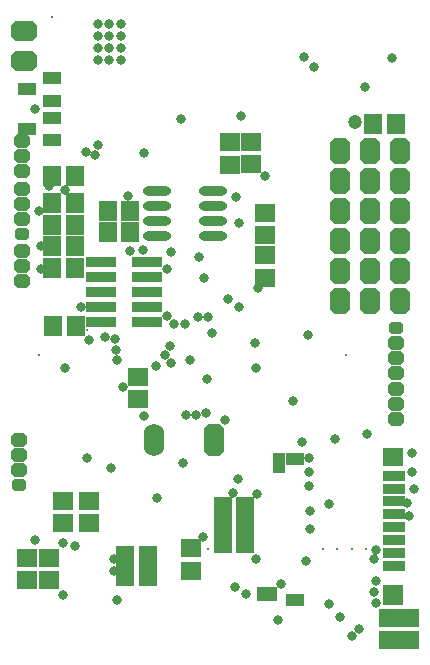
<source format=gbs>
%FSLAX25Y25*%
%MOIN*%
G70*
G01*
G75*
G04 Layer_Color=16711935*
%ADD10R,0.05906X0.05118*%
%ADD11R,0.05118X0.05906*%
%ADD12R,0.10630X0.06299*%
%ADD13R,0.07874X0.07874*%
%ADD14C,0.03937*%
%ADD15R,0.10236X0.08661*%
%ADD16R,0.07874X0.04724*%
%ADD17R,0.05118X0.06299*%
%ADD18R,0.05512X0.03543*%
%ADD19R,0.09843X0.07874*%
%ADD20R,0.09055X0.01969*%
%ADD21R,0.16535X0.05512*%
%ADD22O,0.08661X0.02362*%
%ADD23R,0.04331X0.02559*%
%ADD24O,0.00984X0.05906*%
%ADD25O,0.05906X0.00984*%
%ADD26R,0.02362X0.00984*%
%ADD27R,0.00984X0.02362*%
%ADD28R,0.02165X0.00984*%
%ADD29R,0.00984X0.02165*%
%ADD30R,0.05118X0.02165*%
%ADD31C,0.01181*%
%ADD32C,0.00800*%
%ADD33C,0.01200*%
%ADD34C,0.02000*%
%ADD35C,0.01000*%
%ADD36C,0.00787*%
%ADD37C,0.01969*%
%ADD38C,0.02362*%
G04:AMPARAMS|DCode=39|XSize=35.43mil|YSize=47.24mil|CornerRadius=0mil|HoleSize=0mil|Usage=FLASHONLY|Rotation=90.000|XOffset=0mil|YOffset=0mil|HoleType=Round|Shape=Octagon|*
%AMOCTAGOND39*
4,1,8,-0.02362,-0.00886,-0.02362,0.00886,-0.01476,0.01772,0.01476,0.01772,0.02362,0.00886,0.02362,-0.00886,0.01476,-0.01772,-0.01476,-0.01772,-0.02362,-0.00886,0.0*
%
%ADD39OCTAGOND39*%

G04:AMPARAMS|DCode=40|XSize=80mil|YSize=60mil|CornerRadius=0mil|HoleSize=0mil|Usage=FLASHONLY|Rotation=90.000|XOffset=0mil|YOffset=0mil|HoleType=Round|Shape=Octagon|*
%AMOCTAGOND40*
4,1,8,0.01500,0.04000,-0.01500,0.04000,-0.03000,0.02500,-0.03000,-0.02500,-0.01500,-0.04000,0.01500,-0.04000,0.03000,-0.02500,0.03000,0.02500,0.01500,0.04000,0.0*
%
%ADD40OCTAGOND40*%

G04:AMPARAMS|DCode=41|XSize=31.5mil|YSize=39.37mil|CornerRadius=0mil|HoleSize=0mil|Usage=FLASHONLY|Rotation=270.000|XOffset=0mil|YOffset=0mil|HoleType=Round|Shape=Octagon|*
%AMOCTAGOND41*
4,1,8,0.01969,0.00787,0.01969,-0.00787,0.01181,-0.01575,-0.01181,-0.01575,-0.01969,-0.00787,-0.01969,0.00787,-0.01181,0.01575,0.01181,0.01575,0.01969,0.00787,0.0*
%
%ADD41OCTAGOND41*%

G04:AMPARAMS|DCode=42|XSize=80mil|YSize=60mil|CornerRadius=0mil|HoleSize=0mil|Usage=FLASHONLY|Rotation=0.000|XOffset=0mil|YOffset=0mil|HoleType=Round|Shape=Octagon|*
%AMOCTAGOND42*
4,1,8,0.04000,-0.01500,0.04000,0.01500,0.02500,0.03000,-0.02500,0.03000,-0.04000,0.01500,-0.04000,-0.01500,-0.02500,-0.03000,0.02500,-0.03000,0.04000,-0.01500,0.0*
%
%ADD42OCTAGOND42*%

G04:AMPARAMS|DCode=43|XSize=100mil|YSize=60mil|CornerRadius=0mil|HoleSize=0mil|Usage=FLASHONLY|Rotation=270.000|XOffset=0mil|YOffset=0mil|HoleType=Round|Shape=Octagon|*
%AMOCTAGOND43*
4,1,8,-0.01500,-0.05000,0.01500,-0.05000,0.03000,-0.03500,0.03000,0.03500,0.01500,0.05000,-0.01500,0.05000,-0.03000,0.03500,-0.03000,-0.03500,-0.01500,-0.05000,0.0*
%
%ADD43OCTAGOND43*%

%ADD44O,0.06000X0.10000*%
%ADD45R,0.06102X0.03937*%
%ADD46R,0.03150X0.05906*%
%ADD47R,0.05906X0.05906*%
%ADD48R,0.06890X0.02756*%
%ADD49R,0.05906X0.05118*%
%ADD50R,0.05512X0.03150*%
%ADD51R,0.09449X0.02913*%
%ADD52C,0.00984*%
%ADD53C,0.02362*%
%ADD54C,0.00394*%
%ADD55C,0.00827*%
%ADD56C,0.00600*%
%ADD57R,0.03937X0.10236*%
%ADD58R,0.06706X0.05918*%
%ADD59R,0.05918X0.06706*%
%ADD60R,0.11430X0.07099*%
%ADD61R,0.08674X0.08674*%
%ADD62C,0.04737*%
%ADD63R,0.11036X0.09461*%
%ADD64R,0.08674X0.05524*%
%ADD65R,0.05918X0.07099*%
%ADD66R,0.06312X0.04343*%
%ADD67R,0.10642X0.08674*%
%ADD68R,0.09855X0.02769*%
%ADD69R,0.17335X0.06312*%
%ADD70O,0.09461X0.03162*%
%ADD71R,0.05131X0.03359*%
%ADD72O,0.01784X0.06706*%
%ADD73O,0.06706X0.01784*%
%ADD74R,0.03162X0.01784*%
%ADD75R,0.01784X0.03162*%
%ADD76R,0.02965X0.01784*%
%ADD77R,0.01784X0.02965*%
%ADD78R,0.05918X0.02965*%
%ADD79R,0.00800X0.00800*%
%ADD80C,0.03162*%
G04:AMPARAMS|DCode=81|XSize=43.43mil|YSize=55.24mil|CornerRadius=0mil|HoleSize=0mil|Usage=FLASHONLY|Rotation=90.000|XOffset=0mil|YOffset=0mil|HoleType=Round|Shape=Octagon|*
%AMOCTAGOND81*
4,1,8,-0.02762,-0.01086,-0.02762,0.01086,-0.01676,0.02172,0.01676,0.02172,0.02762,0.01086,0.02762,-0.01086,0.01676,-0.02172,-0.01676,-0.02172,-0.02762,-0.01086,0.0*
%
%ADD81OCTAGOND81*%

G04:AMPARAMS|DCode=82|XSize=88mil|YSize=68mil|CornerRadius=0mil|HoleSize=0mil|Usage=FLASHONLY|Rotation=90.000|XOffset=0mil|YOffset=0mil|HoleType=Round|Shape=Octagon|*
%AMOCTAGOND82*
4,1,8,0.01700,0.04400,-0.01700,0.04400,-0.03400,0.02700,-0.03400,-0.02700,-0.01700,-0.04400,0.01700,-0.04400,0.03400,-0.02700,0.03400,0.02700,0.01700,0.04400,0.0*
%
%ADD82OCTAGOND82*%

G04:AMPARAMS|DCode=83|XSize=39.5mil|YSize=47.37mil|CornerRadius=0mil|HoleSize=0mil|Usage=FLASHONLY|Rotation=270.000|XOffset=0mil|YOffset=0mil|HoleType=Round|Shape=Octagon|*
%AMOCTAGOND83*
4,1,8,0.02369,0.00987,0.02369,-0.00987,0.01381,-0.01975,-0.01381,-0.01975,-0.02369,-0.00987,-0.02369,0.00987,-0.01381,0.01975,0.01381,0.01975,0.02369,0.00987,0.0*
%
%ADD83OCTAGOND83*%

G04:AMPARAMS|DCode=84|XSize=88mil|YSize=68mil|CornerRadius=0mil|HoleSize=0mil|Usage=FLASHONLY|Rotation=0.000|XOffset=0mil|YOffset=0mil|HoleType=Round|Shape=Octagon|*
%AMOCTAGOND84*
4,1,8,0.04400,-0.01700,0.04400,0.01700,0.02700,0.03400,-0.02700,0.03400,-0.04400,0.01700,-0.04400,-0.01700,-0.02700,-0.03400,0.02700,-0.03400,0.04400,-0.01700,0.0*
%
%ADD84OCTAGOND84*%

G04:AMPARAMS|DCode=85|XSize=108mil|YSize=68mil|CornerRadius=0mil|HoleSize=0mil|Usage=FLASHONLY|Rotation=270.000|XOffset=0mil|YOffset=0mil|HoleType=Round|Shape=Octagon|*
%AMOCTAGOND85*
4,1,8,-0.01700,-0.05400,0.01700,-0.05400,0.03400,-0.03700,0.03400,0.03700,0.01700,0.05400,-0.01700,0.05400,-0.03400,0.03700,-0.03400,-0.03700,-0.01700,-0.05400,0.0*
%
%ADD85OCTAGOND85*%

%ADD86O,0.06800X0.10800*%
%ADD87R,0.00800X0.00800*%
%ADD88R,0.06902X0.04737*%
%ADD89R,0.03950X0.06706*%
%ADD90R,0.06706X0.06706*%
%ADD91R,0.07690X0.03556*%
%ADD92R,0.06706X0.05918*%
%ADD93R,0.06312X0.03950*%
%ADD94R,0.10249X0.03713*%
D58*
X397638Y215945D02*
D03*
Y208465D02*
D03*
X518504Y195866D02*
D03*
Y188386D02*
D03*
X525197Y195866D02*
D03*
Y188386D02*
D03*
X434646Y276181D02*
D03*
Y268701D02*
D03*
X477165Y316732D02*
D03*
Y309252D02*
D03*
Y330906D02*
D03*
Y323425D02*
D03*
X409842Y227362D02*
D03*
Y234842D02*
D03*
X405118Y215945D02*
D03*
Y208465D02*
D03*
X418504Y227362D02*
D03*
Y234842D02*
D03*
X465366Y354457D02*
D03*
Y346976D02*
D03*
X472244Y347047D02*
D03*
Y354528D02*
D03*
X452362Y211614D02*
D03*
Y219094D02*
D03*
D59*
X470472Y220669D02*
D03*
X462992D02*
D03*
X470472Y232874D02*
D03*
X462992D02*
D03*
X470472Y226772D02*
D03*
X462992D02*
D03*
X520669Y360630D02*
D03*
X513189D02*
D03*
X430512Y216535D02*
D03*
X437992D02*
D03*
X430512Y209842D02*
D03*
X437992D02*
D03*
X413976Y293307D02*
D03*
X406496D02*
D03*
X424606Y324410D02*
D03*
X432087D02*
D03*
X424606Y331496D02*
D03*
X432087D02*
D03*
X406102Y326772D02*
D03*
X413583D02*
D03*
X406102Y334252D02*
D03*
X413583D02*
D03*
X413583Y343307D02*
D03*
X406102D02*
D03*
X406102Y312402D02*
D03*
X413583D02*
D03*
X406102Y319685D02*
D03*
X413583D02*
D03*
D62*
X506890Y361221D02*
D03*
D66*
X397638Y358858D02*
D03*
X405905Y362598D02*
D03*
Y355118D02*
D03*
X397638Y372047D02*
D03*
X405905Y375787D02*
D03*
Y368307D02*
D03*
D70*
X440945Y323209D02*
D03*
Y328209D02*
D03*
Y333209D02*
D03*
Y338209D02*
D03*
X459842Y323209D02*
D03*
Y328209D02*
D03*
Y333209D02*
D03*
Y338209D02*
D03*
D79*
X417717Y291929D02*
D03*
X505905Y218898D02*
D03*
X496360D02*
D03*
X510630D02*
D03*
X406102Y396260D02*
D03*
X457874Y218898D02*
D03*
D80*
X409646Y220866D02*
D03*
Y203544D02*
D03*
X436417Y318504D02*
D03*
X444260Y312067D02*
D03*
X429134Y393701D02*
D03*
Y389764D02*
D03*
Y385827D02*
D03*
Y381890D02*
D03*
X425197Y393701D02*
D03*
Y389764D02*
D03*
Y385827D02*
D03*
Y381890D02*
D03*
X421260Y393701D02*
D03*
Y389764D02*
D03*
Y385827D02*
D03*
Y381890D02*
D03*
X420472Y350000D02*
D03*
X417322Y351180D02*
D03*
X421209Y353324D02*
D03*
X436811Y350920D02*
D03*
X477165Y343307D02*
D03*
X510433Y372835D02*
D03*
X493307Y379528D02*
D03*
X490158Y382874D02*
D03*
X519387Y382384D02*
D03*
X469095Y363189D02*
D03*
X449016Y362008D02*
D03*
X467323Y336221D02*
D03*
X440550Y279921D02*
D03*
X464764Y302165D02*
D03*
X526772Y238976D02*
D03*
X457874Y296063D02*
D03*
X431890Y318110D02*
D03*
X431496Y336614D02*
D03*
X474015Y279133D02*
D03*
X473622Y287402D02*
D03*
X427558Y281889D02*
D03*
X427362Y285236D02*
D03*
X427165Y288976D02*
D03*
X423621Y289370D02*
D03*
X415748Y299606D02*
D03*
X425591Y245669D02*
D03*
X417717Y249213D02*
D03*
X445669Y280709D02*
D03*
X456299Y222835D02*
D03*
X449606Y247638D02*
D03*
X457312Y264006D02*
D03*
X454043Y263386D02*
D03*
X450681D02*
D03*
X426772Y211417D02*
D03*
Y215354D02*
D03*
X489370Y254331D02*
D03*
X500394Y255512D02*
D03*
X418503Y288582D02*
D03*
X401575Y331496D02*
D03*
X446850Y293701D02*
D03*
X410236Y338570D02*
D03*
X474016Y215551D02*
D03*
X474409Y237008D02*
D03*
X468110Y242126D02*
D03*
X457873Y275590D02*
D03*
X511024Y257087D02*
D03*
X445276Y286614D02*
D03*
X470866Y203937D02*
D03*
X486221Y268110D02*
D03*
X498425Y233858D02*
D03*
X498424Y200393D02*
D03*
X491732Y239902D02*
D03*
X400394Y365354D02*
D03*
X444488Y296457D02*
D03*
X450387Y293701D02*
D03*
X454724Y296063D02*
D03*
X459448Y290944D02*
D03*
X451968Y281890D02*
D03*
X402362Y312205D02*
D03*
Y319685D02*
D03*
X445668Y317716D02*
D03*
X413779Y219685D02*
D03*
X400394Y221654D02*
D03*
X506174Y189764D02*
D03*
X501967Y196063D02*
D03*
X481496Y195276D02*
D03*
X482283Y207087D02*
D03*
X490551Y214961D02*
D03*
X466929Y206299D02*
D03*
X466535Y237402D02*
D03*
X440945Y235827D02*
D03*
X463779Y261811D02*
D03*
X436614Y262992D02*
D03*
X443703Y283467D02*
D03*
X429809Y272722D02*
D03*
X410236Y279134D02*
D03*
X491339Y290158D02*
D03*
X525984Y244488D02*
D03*
Y250787D02*
D03*
X491732Y244488D02*
D03*
Y249213D02*
D03*
X492126Y225590D02*
D03*
Y231496D02*
D03*
X427559Y201969D02*
D03*
X525197Y229921D02*
D03*
X405118Y339764D02*
D03*
X468504Y299606D02*
D03*
X474803Y305906D02*
D03*
X456693Y309055D02*
D03*
X455118Y316142D02*
D03*
X468504Y327559D02*
D03*
X524409Y234252D02*
D03*
X513386Y215354D02*
D03*
X514137Y218540D02*
D03*
X513386Y204331D02*
D03*
X508267Y192126D02*
D03*
X514173Y200787D02*
D03*
X514172Y208267D02*
D03*
D81*
X396063Y344724D02*
D03*
Y349724D02*
D03*
Y354724D02*
D03*
X520866Y277559D02*
D03*
Y282559D02*
D03*
Y287559D02*
D03*
Y262047D02*
D03*
Y267047D02*
D03*
Y272047D02*
D03*
X394882Y255118D02*
D03*
Y250118D02*
D03*
Y245118D02*
D03*
X396063Y318268D02*
D03*
Y313268D02*
D03*
Y308268D02*
D03*
Y338976D02*
D03*
Y333976D02*
D03*
Y328976D02*
D03*
D82*
X522205Y351496D02*
D03*
X512205D02*
D03*
X502205D02*
D03*
X522205Y341496D02*
D03*
X512205D02*
D03*
X502205D02*
D03*
X522205Y331496D02*
D03*
X512205D02*
D03*
X502205D02*
D03*
X522205Y321496D02*
D03*
X512205D02*
D03*
X502205D02*
D03*
X522205Y311496D02*
D03*
X512205D02*
D03*
X502205D02*
D03*
X522205Y301496D02*
D03*
X512205D02*
D03*
X502205D02*
D03*
D83*
X520866Y292559D02*
D03*
X394882Y240118D02*
D03*
X396063Y323976D02*
D03*
D84*
X396850Y381496D02*
D03*
Y391496D02*
D03*
D85*
X460000Y255118D02*
D03*
D86*
X440000D02*
D03*
D87*
X501181Y218898D02*
D03*
X503937Y283465D02*
D03*
X401575D02*
D03*
D88*
X477559Y203740D02*
D03*
D89*
X481791Y247441D02*
D03*
D90*
X519587Y203346D02*
D03*
D91*
X520079Y243307D02*
D03*
Y238976D02*
D03*
Y234646D02*
D03*
Y230315D02*
D03*
Y225984D02*
D03*
Y221654D02*
D03*
Y217323D02*
D03*
Y212992D02*
D03*
D92*
X519587Y249409D02*
D03*
D93*
X487106Y201772D02*
D03*
Y248819D02*
D03*
D94*
X437795Y314567D02*
D03*
X422441D02*
D03*
X437795Y309567D02*
D03*
X422441D02*
D03*
X437795Y304567D02*
D03*
X422441D02*
D03*
X437795Y299567D02*
D03*
X422441D02*
D03*
X437795Y294567D02*
D03*
X422441D02*
D03*
M02*

</source>
